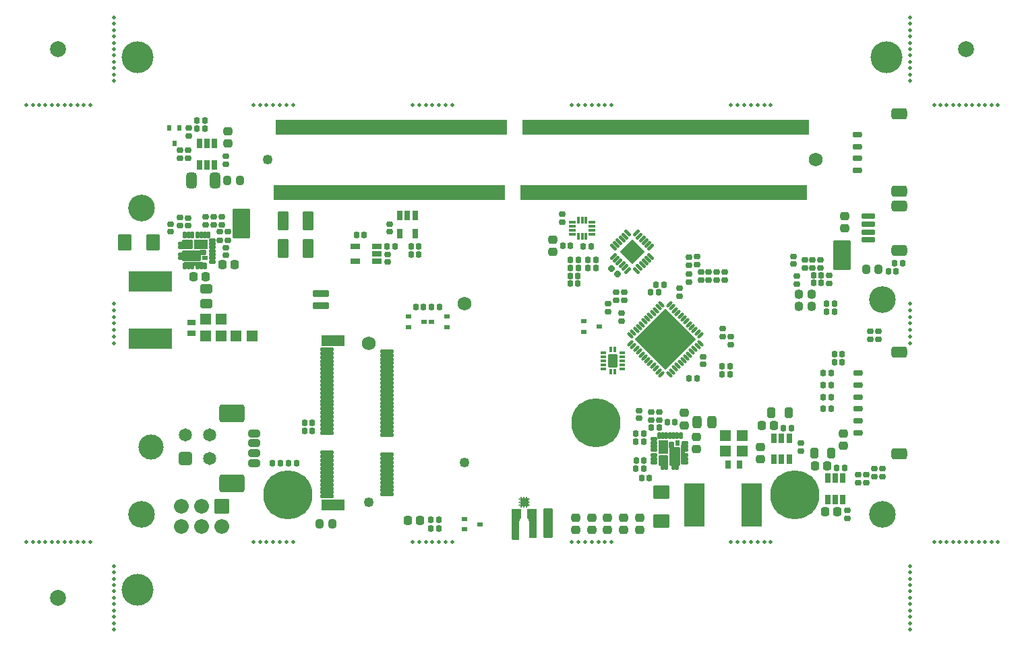
<source format=gts>
G04 #@! TF.GenerationSoftware,KiCad,Pcbnew,(6.0.8-1)-1*
G04 #@! TF.CreationDate,2022-10-18T17:53:05-07:00*
G04 #@! TF.ProjectId,CRMHJN_capable_carrier,43524d48-4a4e-45f6-9361-7061626c655f,rev?*
G04 #@! TF.SameCoordinates,Original*
G04 #@! TF.FileFunction,Soldermask,Top*
G04 #@! TF.FilePolarity,Negative*
%FSLAX46Y46*%
G04 Gerber Fmt 4.6, Leading zero omitted, Abs format (unit mm)*
G04 Created by KiCad (PCBNEW (6.0.8-1)-1) date 2022-10-18 17:53:05*
%MOMM*%
%LPD*%
G01*
G04 APERTURE LIST*
G04 Aperture macros list*
%AMRoundRect*
0 Rectangle with rounded corners*
0 $1 Rounding radius*
0 $2 $3 $4 $5 $6 $7 $8 $9 X,Y pos of 4 corners*
0 Add a 4 corners polygon primitive as box body*
4,1,4,$2,$3,$4,$5,$6,$7,$8,$9,$2,$3,0*
0 Add four circle primitives for the rounded corners*
1,1,$1+$1,$2,$3*
1,1,$1+$1,$4,$5*
1,1,$1+$1,$6,$7*
1,1,$1+$1,$8,$9*
0 Add four rect primitives between the rounded corners*
20,1,$1+$1,$2,$3,$4,$5,0*
20,1,$1+$1,$4,$5,$6,$7,0*
20,1,$1+$1,$6,$7,$8,$9,0*
20,1,$1+$1,$8,$9,$2,$3,0*%
%AMFreePoly0*
4,1,28,0.548980,0.558373,0.575042,0.513232,0.576200,0.500000,0.576200,-0.520000,0.558373,-0.568980,0.553882,-0.573882,0.536862,-0.590902,0.501566,-0.635022,0.464414,-0.690750,0.438482,-0.733970,0.421584,-0.776215,0.403214,-0.831325,0.385354,-0.902767,0.376200,-1.003456,0.376200,-3.200000,0.358373,-3.248980,0.313232,-3.275042,0.300000,-3.276200,-0.500000,-3.276200,-0.548980,-3.258373,
-0.575042,-3.213232,-0.576200,-3.200000,-0.576200,0.500000,-0.558373,0.548980,-0.513232,0.575042,-0.500000,0.576200,0.500000,0.576200,0.548980,0.558373,0.548980,0.558373,$1*%
%AMFreePoly1*
4,1,28,0.548980,0.558373,0.575042,0.513232,0.576200,0.500000,0.576200,-3.000000,0.558373,-3.048980,0.513232,-3.075042,0.500000,-3.076200,-0.300000,-3.076200,-0.348980,-3.058373,-0.375042,-3.013232,-0.376200,-3.000000,-0.376200,-1.003456,-0.385354,-0.902767,-0.403214,-0.831325,-0.421584,-0.776215,-0.438482,-0.733970,-0.464414,-0.690750,-0.501566,-0.635022,-0.536862,-0.590902,-0.553882,-0.573882,
-0.575910,-0.526641,-0.576200,-0.520000,-0.576200,0.500000,-0.558373,0.548980,-0.513232,0.575042,-0.500000,0.576200,0.500000,0.576200,0.548980,0.558373,0.548980,0.558373,$1*%
G04 Aperture macros list end*
%ADD10C,0.150000*%
%ADD11C,0.100000*%
%ADD12RoundRect,0.211200X-0.185000X0.135000X-0.185000X-0.135000X0.185000X-0.135000X0.185000X0.135000X0*%
%ADD13C,0.500000*%
%ADD14C,6.152400*%
%ADD15RoundRect,0.294950X0.256250X-0.218750X0.256250X0.218750X-0.256250X0.218750X-0.256250X-0.218750X0*%
%ADD16RoundRect,0.211200X0.135000X0.185000X-0.135000X0.185000X-0.135000X-0.185000X0.135000X-0.185000X0*%
%ADD17RoundRect,0.211200X0.185000X-0.135000X0.185000X0.135000X-0.185000X0.135000X-0.185000X-0.135000X0*%
%ADD18RoundRect,0.294950X-0.218750X-0.256250X0.218750X-0.256250X0.218750X0.256250X-0.218750X0.256250X0*%
%ADD19RoundRect,0.216200X-0.140000X-0.170000X0.140000X-0.170000X0.140000X0.170000X-0.140000X0.170000X0*%
%ADD20RoundRect,0.223700X0.172500X-0.147500X0.172500X0.147500X-0.172500X0.147500X-0.172500X-0.147500X0*%
%ADD21RoundRect,0.211200X-0.135000X-0.185000X0.135000X-0.185000X0.135000X0.185000X-0.135000X0.185000X0*%
%ADD22RoundRect,0.294950X0.218750X0.381250X-0.218750X0.381250X-0.218750X-0.381250X0.218750X-0.381250X0*%
%ADD23RoundRect,0.223700X-0.147500X-0.172500X0.147500X-0.172500X0.147500X0.172500X-0.147500X0.172500X0*%
%ADD24RoundRect,0.301200X0.250000X-0.225000X0.250000X0.225000X-0.250000X0.225000X-0.250000X-0.225000X0*%
%ADD25RoundRect,0.076200X0.150000X0.275000X-0.150000X0.275000X-0.150000X-0.275000X0.150000X-0.275000X0*%
%ADD26RoundRect,0.076200X0.362500X-0.150000X0.362500X0.150000X-0.362500X0.150000X-0.362500X-0.150000X0*%
%ADD27RoundRect,0.076200X0.137500X-1.175000X0.137500X1.175000X-0.137500X1.175000X-0.137500X-1.175000X0*%
%ADD28RoundRect,0.076200X0.150000X0.362500X-0.150000X0.362500X-0.150000X-0.362500X0.150000X-0.362500X0*%
%ADD29RoundRect,0.076200X0.525000X-0.787500X0.525000X0.787500X-0.525000X0.787500X-0.525000X-0.787500X0*%
%ADD30RoundRect,0.076200X0.525000X-0.575000X0.525000X0.575000X-0.525000X0.575000X-0.525000X-0.575000X0*%
%ADD31RoundRect,0.076200X0.600000X-1.087500X0.600000X1.087500X-0.600000X1.087500X-0.600000X-1.087500X0*%
%ADD32RoundRect,0.076200X0.227500X-0.325000X0.227500X0.325000X-0.227500X0.325000X-0.227500X-0.325000X0*%
%ADD33RoundRect,0.076200X0.190000X-0.290000X0.190000X0.290000X-0.190000X0.290000X-0.190000X-0.290000X0*%
%ADD34RoundRect,0.076200X-0.200000X-0.250000X0.200000X-0.250000X0.200000X0.250000X-0.200000X0.250000X0*%
%ADD35RoundRect,0.076200X0.275000X-0.150000X0.275000X0.150000X-0.275000X0.150000X-0.275000X-0.150000X0*%
%ADD36RoundRect,0.076200X-0.150000X-0.362500X0.150000X-0.362500X0.150000X0.362500X-0.150000X0.362500X0*%
%ADD37RoundRect,0.076200X-1.175000X-0.137500X1.175000X-0.137500X1.175000X0.137500X-1.175000X0.137500X0*%
%ADD38RoundRect,0.076200X-0.787500X-0.525000X0.787500X-0.525000X0.787500X0.525000X-0.787500X0.525000X0*%
%ADD39RoundRect,0.076200X-0.575000X-0.525000X0.575000X-0.525000X0.575000X0.525000X-0.575000X0.525000X0*%
%ADD40RoundRect,0.076200X-1.087500X-0.600000X1.087500X-0.600000X1.087500X0.600000X-1.087500X0.600000X0*%
%ADD41RoundRect,0.076200X-0.325000X-0.227500X0.325000X-0.227500X0.325000X0.227500X-0.325000X0.227500X0*%
%ADD42RoundRect,0.076200X-0.290000X-0.190000X0.290000X-0.190000X0.290000X0.190000X-0.290000X0.190000X0*%
%ADD43RoundRect,0.223700X0.147500X0.172500X-0.147500X0.172500X-0.147500X-0.172500X0.147500X-0.172500X0*%
%ADD44RoundRect,0.301200X-0.225000X-0.250000X0.225000X-0.250000X0.225000X0.250000X-0.225000X0.250000X0*%
%ADD45RoundRect,0.076200X0.400000X-0.300000X0.400000X0.300000X-0.400000X0.300000X-0.400000X-0.300000X0*%
%ADD46RoundRect,0.076200X0.600000X-0.600000X0.600000X0.600000X-0.600000X0.600000X-0.600000X-0.600000X0*%
%ADD47RoundRect,0.076200X-0.275000X-0.500000X0.275000X-0.500000X0.275000X0.500000X-0.275000X0.500000X0*%
%ADD48RoundRect,0.276200X-0.450000X0.200000X-0.450000X-0.200000X0.450000X-0.200000X0.450000X0.200000X0*%
%ADD49RoundRect,0.326201X-1.249999X0.799999X-1.249999X-0.799999X1.249999X-0.799999X1.249999X0.799999X0*%
%ADD50RoundRect,0.076200X0.275000X0.500000X-0.275000X0.500000X-0.275000X-0.500000X0.275000X-0.500000X0*%
%ADD51RoundRect,0.076200X0.750000X0.900000X-0.750000X0.900000X-0.750000X-0.900000X0.750000X-0.900000X0*%
%ADD52RoundRect,0.216200X0.170000X-0.140000X0.170000X0.140000X-0.170000X0.140000X-0.170000X-0.140000X0*%
%ADD53RoundRect,0.076200X0.403051X-0.233345X-0.233345X0.403051X-0.403051X0.233345X0.233345X-0.403051X0*%
%ADD54RoundRect,0.076200X0.403051X0.233345X0.233345X0.403051X-0.403051X-0.233345X-0.233345X-0.403051X0*%
%ADD55RoundRect,0.076200X1.484924X0.000000X0.000000X1.484924X-1.484924X0.000000X0.000000X-1.484924X0*%
%ADD56RoundRect,0.326200X-0.450000X0.262500X-0.450000X-0.262500X0.450000X-0.262500X0.450000X0.262500X0*%
%ADD57RoundRect,0.301200X0.225000X0.250000X-0.225000X0.250000X-0.225000X-0.250000X0.225000X-0.250000X0*%
%ADD58C,3.352400*%
%ADD59RoundRect,0.326200X-0.325000X-0.650000X0.325000X-0.650000X0.325000X0.650000X-0.325000X0.650000X0*%
%ADD60C,4.000000*%
%ADD61RoundRect,0.076200X0.900000X0.375000X-0.900000X0.375000X-0.900000X-0.375000X0.900000X-0.375000X0*%
%ADD62RoundRect,0.276200X-0.200000X-0.275000X0.200000X-0.275000X0.200000X0.275000X-0.200000X0.275000X0*%
%ADD63C,2.000000*%
%ADD64RoundRect,0.326200X-0.262500X-0.450000X0.262500X-0.450000X0.262500X0.450000X-0.262500X0.450000X0*%
%ADD65RoundRect,0.223700X-0.172500X0.147500X-0.172500X-0.147500X0.172500X-0.147500X0.172500X0.147500X0*%
%ADD66RoundRect,0.216200X-0.170000X0.140000X-0.170000X-0.140000X0.170000X-0.140000X0.170000X0.140000X0*%
%ADD67RoundRect,0.076200X-2.667500X1.206500X-2.667500X-1.206500X2.667500X-1.206500X2.667500X1.206500X0*%
%ADD68RoundRect,0.126200X0.075000X0.250000X-0.075000X0.250000X-0.075000X-0.250000X0.075000X-0.250000X0*%
%ADD69RoundRect,0.126200X0.250000X-0.075000X0.250000X0.075000X-0.250000X0.075000X-0.250000X-0.075000X0*%
%ADD70RoundRect,0.126200X-0.450000X-0.700000X0.450000X-0.700000X0.450000X0.700000X-0.450000X0.700000X0*%
%ADD71RoundRect,0.301200X-0.250000X0.225000X-0.250000X-0.225000X0.250000X-0.225000X0.250000X0.225000X0*%
%ADD72RoundRect,0.216200X0.140000X0.170000X-0.140000X0.170000X-0.140000X-0.170000X0.140000X-0.170000X0*%
%ADD73RoundRect,0.076200X-0.600000X-0.600000X0.600000X-0.600000X0.600000X0.600000X-0.600000X0.600000X0*%
%ADD74C,3.152400*%
%ADD75RoundRect,0.326201X0.499999X-0.499999X0.499999X0.499999X-0.499999X0.499999X-0.499999X-0.499999X0*%
%ADD76C,1.652400*%
%ADD77RoundRect,0.076200X0.600000X0.600000X-0.600000X0.600000X-0.600000X-0.600000X0.600000X-0.600000X0*%
%ADD78RoundRect,0.294950X-0.218750X-0.381250X0.218750X-0.381250X0.218750X0.381250X-0.218750X0.381250X0*%
%ADD79RoundRect,0.294950X0.218750X0.256250X-0.218750X0.256250X-0.218750X-0.256250X0.218750X-0.256250X0*%
%ADD80RoundRect,0.076200X-1.206500X-2.667500X1.206500X-2.667500X1.206500X2.667500X-1.206500X2.667500X0*%
%ADD81RoundRect,0.076200X0.500000X-0.275000X0.500000X0.275000X-0.500000X0.275000X-0.500000X-0.275000X0*%
%ADD82RoundRect,0.138700X-0.282843X0.194454X0.194454X-0.282843X0.282843X-0.194454X-0.194454X0.282843X0*%
%ADD83RoundRect,0.138700X-0.282843X-0.194454X-0.194454X-0.282843X0.282843X0.194454X0.194454X0.282843X0*%
%ADD84RoundRect,0.076200X-3.747666X0.000000X0.000000X-3.747666X3.747666X0.000000X0.000000X3.747666X0*%
%ADD85RoundRect,0.076200X-0.250000X0.200000X-0.250000X-0.200000X0.250000X-0.200000X0.250000X0.200000X0*%
%ADD86RoundRect,0.226200X0.625000X-0.150000X0.625000X0.150000X-0.625000X0.150000X-0.625000X-0.150000X0*%
%ADD87RoundRect,0.326200X0.650000X-0.350000X0.650000X0.350000X-0.650000X0.350000X-0.650000X-0.350000X0*%
%ADD88RoundRect,0.076200X-0.850000X0.850000X-0.850000X-0.850000X0.850000X-0.850000X0.850000X0.850000X0*%
%ADD89O,1.852400X1.852400*%
%ADD90RoundRect,0.223700X-0.226274X-0.017678X-0.017678X-0.226274X0.226274X0.017678X0.017678X0.226274X0*%
%ADD91C,1.252400*%
%ADD92C,1.752400*%
%ADD93RoundRect,0.076200X0.150000X0.875000X-0.150000X0.875000X-0.150000X-0.875000X0.150000X-0.875000X0*%
%ADD94RoundRect,0.076200X1.000000X1.750000X-1.000000X1.750000X-1.000000X-1.750000X1.000000X-1.750000X0*%
%ADD95RoundRect,0.076200X0.250000X-0.200000X0.250000X0.200000X-0.250000X0.200000X-0.250000X-0.200000X0*%
%ADD96RoundRect,0.076200X0.300000X0.400000X-0.300000X0.400000X-0.300000X-0.400000X0.300000X-0.400000X0*%
%ADD97RoundRect,0.076200X-0.600000X-1.100000X0.600000X-1.100000X0.600000X1.100000X-0.600000X1.100000X0*%
%ADD98RoundRect,0.076200X0.775000X-0.150000X0.775000X0.150000X-0.775000X0.150000X-0.775000X-0.150000X0*%
%ADD99RoundRect,0.076200X1.375000X-0.600000X1.375000X0.600000X-1.375000X0.600000X-1.375000X-0.600000X0*%
%ADD100RoundRect,0.294950X-0.256250X0.218750X-0.256250X-0.218750X0.256250X-0.218750X0.256250X0.218750X0*%
%ADD101RoundRect,0.226200X0.350000X-0.150000X0.350000X0.150000X-0.350000X0.150000X-0.350000X-0.150000X0*%
%ADD102RoundRect,0.326200X0.650000X-0.375000X0.650000X0.375000X-0.650000X0.375000X-0.650000X-0.375000X0*%
%ADD103RoundRect,0.076200X-0.300000X-0.500000X0.300000X-0.500000X0.300000X0.500000X-0.300000X0.500000X0*%
%ADD104FreePoly0,0.000000*%
%ADD105FreePoly1,0.000000*%
%ADD106RoundRect,0.076200X0.500000X1.750000X-0.500000X1.750000X-0.500000X-1.750000X0.500000X-1.750000X0*%
%ADD107RoundRect,0.076200X-0.337500X-0.125000X0.337500X-0.125000X0.337500X0.125000X-0.337500X0.125000X0*%
%ADD108RoundRect,0.076200X-0.125000X-0.337500X0.125000X-0.337500X0.125000X0.337500X-0.125000X0.337500X0*%
%ADD109RoundRect,0.076200X-0.900000X0.750000X-0.900000X-0.750000X0.900000X-0.750000X0.900000X0.750000X0*%
G04 APERTURE END LIST*
D10*
G04 #@! TO.C,J18*
X63000000Y-61300000D02*
X63150000Y-61300000D01*
X62850000Y-61450000D02*
X62850000Y-61600000D01*
X62000000Y-60600000D02*
X61850000Y-60600000D01*
X63000000Y-60950000D02*
X63150000Y-60950000D01*
X62000000Y-61300000D02*
X61850000Y-61300000D01*
X62500000Y-61450000D02*
X62500000Y-61600000D01*
X62850000Y-60450000D02*
X62850000Y-60300000D01*
X62500000Y-60450000D02*
X62500000Y-60300000D01*
X62000000Y-60950000D02*
X61850000Y-60950000D01*
X63000000Y-60600000D02*
X63150000Y-60600000D01*
X62150000Y-60450000D02*
X62150000Y-60300000D01*
X62150000Y-61450000D02*
X62150000Y-61600000D01*
G36*
X62950000Y-61400000D02*
G01*
X62050000Y-61400000D01*
X62050000Y-60500000D01*
X62950000Y-60500000D01*
X62950000Y-61400000D01*
G37*
D11*
X62950000Y-61400000D02*
X62050000Y-61400000D01*
X62050000Y-60500000D01*
X62950000Y-60500000D01*
X62950000Y-61400000D01*
G04 #@! TD*
D12*
G04 #@! TO.C,R37*
X20300000Y-16740000D03*
X20300000Y-17760000D03*
G04 #@! TD*
D13*
G04 #@! TO.C,REF\u002A\u002A*
X49333334Y-11000489D03*
G04 #@! TD*
G04 #@! TO.C,REF\u002A\u002A*
X89333333Y-66000000D03*
G04 #@! TD*
D14*
G04 #@! TO.C,SP1*
X71500000Y-51000000D03*
G04 #@! TD*
D15*
G04 #@! TO.C,NVME1*
X69000000Y-64487500D03*
X69000000Y-62912500D03*
G04 #@! TD*
D13*
G04 #@! TO.C,REF\u002A\u002A*
X111000000Y-8000000D03*
G04 #@! TD*
G04 #@! TO.C,REF\u002A\u002A*
X29333334Y-65996968D03*
G04 #@! TD*
G04 #@! TO.C,REF\u002A\u002A*
X111000000Y-77000000D03*
G04 #@! TD*
D14*
G04 #@! TO.C,SP5*
X96501600Y-60023990D03*
G04 #@! TD*
D16*
G04 #@! TO.C,R122*
X80085000Y-33600000D03*
X79065000Y-33600000D03*
G04 #@! TD*
D17*
G04 #@! TO.C,R118*
X98750000Y-31505000D03*
X98750000Y-30485000D03*
G04 #@! TD*
D18*
G04 #@! TO.C,F2*
X36812500Y-63700000D03*
X38387500Y-63700000D03*
G04 #@! TD*
D13*
G04 #@! TO.C,REF\u002A\u002A*
X111000000Y-73800000D03*
G04 #@! TD*
G04 #@! TO.C,REF\u002A\u002A*
X111000000Y-75400000D03*
G04 #@! TD*
G04 #@! TO.C,REF\u002A\u002A*
X93500000Y-66000000D03*
G04 #@! TD*
D16*
G04 #@! TO.C,R164*
X101110000Y-44750000D03*
X100090000Y-44750000D03*
G04 #@! TD*
D19*
G04 #@! TO.C,C67*
X78420000Y-34560000D03*
X79380000Y-34560000D03*
G04 #@! TD*
D14*
G04 #@! TO.C,SP6*
X32850000Y-60023990D03*
G04 #@! TD*
D13*
G04 #@! TO.C,REF\u002A\u002A*
X122000000Y-66000000D03*
G04 #@! TD*
D20*
G04 #@! TO.C,R18*
X96785000Y-33530000D03*
X96785000Y-32560000D03*
G04 #@! TD*
D13*
G04 #@! TO.C,REF\u002A\u002A*
X111000000Y-2400000D03*
G04 #@! TD*
G04 #@! TO.C,REF\u002A\u002A*
X7200000Y-66000000D03*
G04 #@! TD*
G04 #@! TO.C,REF\u002A\u002A*
X1600000Y-66000000D03*
G04 #@! TD*
G04 #@! TO.C,REF\u002A\u002A*
X73500000Y-66000000D03*
G04 #@! TD*
G04 #@! TO.C,REF\u002A\u002A*
X120400000Y-66000000D03*
G04 #@! TD*
D21*
G04 #@! TO.C,R58*
X76540000Y-56725000D03*
X77560000Y-56725000D03*
G04 #@! TD*
D13*
G04 #@! TO.C,REF\u002A\u002A*
X69333333Y-11000751D03*
G04 #@! TD*
G04 #@! TO.C,REF\u002A\u002A*
X118000000Y-66000000D03*
G04 #@! TD*
D17*
G04 #@! TO.C,R49*
X103100000Y-63010000D03*
X103100000Y-61990000D03*
G04 #@! TD*
D21*
G04 #@! TO.C,R137*
X50785000Y-64295000D03*
X51805000Y-64295000D03*
G04 #@! TD*
D17*
G04 #@! TO.C,R106*
X99760000Y-31510000D03*
X99760000Y-30490000D03*
G04 #@! TD*
D22*
G04 #@! TO.C,L7*
X101112500Y-54800000D03*
X98987500Y-54800000D03*
G04 #@! TD*
D16*
G04 #@! TO.C,R50*
X96120000Y-51640000D03*
X95100000Y-51640000D03*
G04 #@! TD*
D13*
G04 #@! TO.C,REF\u002A\u002A*
X29333334Y-11000227D03*
G04 #@! TD*
D23*
G04 #@! TO.C,R29*
X101465000Y-42400000D03*
X102435000Y-42400000D03*
G04 #@! TD*
D24*
G04 #@! TO.C,C43*
X82650000Y-51300000D03*
X82650000Y-49750000D03*
G04 #@! TD*
D13*
G04 #@! TO.C,REF\u002A\u002A*
X30166667Y-11000238D03*
G04 #@! TD*
D25*
G04 #@! TO.C,U2*
X79925000Y-56550000D03*
X80375000Y-56550000D03*
X81275000Y-56550000D03*
X81725000Y-56550000D03*
D26*
X82687500Y-56000000D03*
X82687500Y-55550000D03*
X82687500Y-55100000D03*
X82687500Y-54400000D03*
X82687500Y-53950000D03*
D27*
X82462500Y-54975000D03*
D26*
X82687500Y-53500000D03*
D28*
X82175000Y-52587500D03*
X81725000Y-52587500D03*
X81275000Y-52587500D03*
X80825000Y-52587500D03*
X80375000Y-52587500D03*
X79925000Y-52587500D03*
X79475000Y-52587500D03*
D26*
X78812500Y-53050000D03*
X78812500Y-53500000D03*
X78812500Y-53950000D03*
X78812500Y-54400000D03*
X78812500Y-55100000D03*
X78812500Y-55550000D03*
X78812500Y-56000000D03*
D29*
X80000000Y-54037500D03*
D30*
X80000000Y-55700000D03*
D31*
X81425000Y-55187500D03*
D32*
X81052500Y-53775000D03*
D33*
X81740000Y-53530000D03*
G04 #@! TD*
D13*
G04 #@! TO.C,REF\u002A\u002A*
X51833334Y-11000522D03*
G04 #@! TD*
D34*
G04 #@! TO.C,Q4*
X19250000Y-13950000D03*
X17950000Y-13950000D03*
X18600000Y-15850000D03*
G04 #@! TD*
D13*
G04 #@! TO.C,REF\u002A\u002A*
X114000000Y-11000000D03*
G04 #@! TD*
D21*
G04 #@! TO.C,R62*
X78440000Y-51625000D03*
X79460000Y-51625000D03*
G04 #@! TD*
D13*
G04 #@! TO.C,REF\u002A\u002A*
X11000568Y-40166666D03*
G04 #@! TD*
D35*
G04 #@! TO.C,U1*
X19375000Y-28475000D03*
X19375000Y-28925000D03*
X19375000Y-29825000D03*
X19375000Y-30275000D03*
D36*
X19925000Y-31237500D03*
X20375000Y-31237500D03*
X20825000Y-31237500D03*
X21525000Y-31237500D03*
D37*
X20950000Y-31012500D03*
D36*
X21975000Y-31237500D03*
X22425000Y-31237500D03*
D26*
X23337500Y-30725000D03*
X23337500Y-30275000D03*
X23337500Y-29825000D03*
X23337500Y-29375000D03*
X23337500Y-28925000D03*
X23337500Y-28475000D03*
X23337500Y-28025000D03*
D36*
X22875000Y-27362500D03*
X22425000Y-27362500D03*
X21975000Y-27362500D03*
X21525000Y-27362500D03*
X20825000Y-27362500D03*
X20375000Y-27362500D03*
X19925000Y-27362500D03*
D38*
X21887500Y-28550000D03*
D39*
X20225000Y-28550000D03*
D40*
X20737500Y-29975000D03*
D41*
X22150000Y-29602500D03*
D42*
X22395000Y-30290000D03*
G04 #@! TD*
D13*
G04 #@! TO.C,REF\u002A\u002A*
X11000000Y-7200000D03*
G04 #@! TD*
D21*
G04 #@! TO.C,R100*
X21395000Y-12995000D03*
X22415000Y-12995000D03*
G04 #@! TD*
D23*
G04 #@! TO.C,R34*
X68320214Y-31499293D03*
X69290214Y-31499293D03*
G04 #@! TD*
D13*
G04 #@! TO.C,REF\u002A\u002A*
X90166666Y-11001024D03*
G04 #@! TD*
D43*
G04 #@! TO.C,R102*
X109235000Y-31950000D03*
X108265000Y-31950000D03*
G04 #@! TD*
D13*
G04 #@! TO.C,REF\u002A\u002A*
X11000000Y-74600000D03*
G04 #@! TD*
G04 #@! TO.C,REF\u002A\u002A*
X52666667Y-65999237D03*
G04 #@! TD*
G04 #@! TO.C,REF\u002A\u002A*
X11000000Y-6400000D03*
G04 #@! TD*
D15*
G04 #@! TO.C,D7*
X77000000Y-64487500D03*
X77000000Y-62912500D03*
G04 #@! TD*
D17*
G04 #@! TO.C,R121*
X83225000Y-33335000D03*
X83225000Y-32315000D03*
G04 #@! TD*
D12*
G04 #@! TO.C,R158*
X74750000Y-37190000D03*
X74750000Y-38210000D03*
G04 #@! TD*
D13*
G04 #@! TO.C,REF\u002A\u002A*
X50166667Y-65998994D03*
G04 #@! TD*
D17*
G04 #@! TO.C,R39*
X25080000Y-18475000D03*
X25080000Y-17455000D03*
G04 #@! TD*
D44*
G04 #@! TO.C,C35*
X100325000Y-62200000D03*
X101875000Y-62200000D03*
G04 #@! TD*
D45*
G04 #@! TO.C,C81*
X20766600Y-39743990D03*
X20766600Y-38343990D03*
G04 #@! TD*
D13*
G04 #@! TO.C,REF\u002A\u002A*
X0Y-11000000D03*
G04 #@! TD*
D46*
G04 #@! TO.C,C64*
X24416600Y-40068990D03*
X24416600Y-37968990D03*
G04 #@! TD*
D47*
G04 #@! TO.C,IC2*
X93900000Y-55600000D03*
X94850000Y-55600000D03*
X95800000Y-55600000D03*
X95800000Y-52900000D03*
X94850000Y-52900000D03*
X93900000Y-52900000D03*
G04 #@! TD*
D13*
G04 #@! TO.C,REF\u002A\u002A*
X111000000Y-69800000D03*
G04 #@! TD*
D23*
G04 #@! TO.C,R5*
X50915000Y-36450000D03*
X51885000Y-36450000D03*
G04 #@! TD*
D16*
G04 #@! TO.C,R166*
X101110000Y-47750000D03*
X100090000Y-47750000D03*
G04 #@! TD*
D17*
G04 #@! TO.C,R143*
X84250000Y-31135000D03*
X84250000Y-30115000D03*
G04 #@! TD*
D23*
G04 #@! TO.C,R35*
X68320214Y-30508293D03*
X69290214Y-30508293D03*
G04 #@! TD*
D13*
G04 #@! TO.C,REF\u002A\u002A*
X0Y-66000000D03*
G04 #@! TD*
G04 #@! TO.C,REF\u002A\u002A*
X31833334Y-65997211D03*
G04 #@! TD*
D48*
G04 #@! TO.C,J12*
X28600000Y-52325000D03*
X28600000Y-53575000D03*
X28600000Y-54825000D03*
X28600000Y-56075000D03*
D49*
X25850000Y-58625000D03*
X25850000Y-49775000D03*
G04 #@! TD*
D50*
G04 #@! TO.C,IC1*
X23650000Y-15850000D03*
X22700000Y-15850000D03*
X21750000Y-15850000D03*
X21750000Y-18550000D03*
X22700000Y-18550000D03*
X23650000Y-18550000D03*
G04 #@! TD*
D51*
G04 #@! TO.C,C17*
X15941600Y-28293990D03*
X12341600Y-28293990D03*
G04 #@! TD*
D13*
G04 #@! TO.C,REF\u002A\u002A*
X11000000Y-73800000D03*
G04 #@! TD*
D21*
G04 #@! TO.C,R56*
X76540000Y-53325000D03*
X77560000Y-53325000D03*
G04 #@! TD*
D20*
G04 #@! TO.C,R54*
X76925000Y-50435000D03*
X76925000Y-49465000D03*
G04 #@! TD*
D13*
G04 #@! TO.C,REF\u002A\u002A*
X32666667Y-65997292D03*
G04 #@! TD*
G04 #@! TO.C,REF\u002A\u002A*
X120400000Y-11000000D03*
G04 #@! TD*
D52*
G04 #@! TO.C,C56*
X18100000Y-26980000D03*
X18100000Y-26020000D03*
G04 #@! TD*
D53*
G04 #@! TO.C,U4*
X76638399Y-31826146D03*
X76991953Y-31472593D03*
X77345506Y-31119040D03*
X77699060Y-30765486D03*
X78052613Y-30411933D03*
X78406166Y-30058379D03*
D54*
X78406166Y-28927009D03*
X78052613Y-28573455D03*
X77699060Y-28219902D03*
X77345506Y-27866348D03*
X76991953Y-27512795D03*
X76638399Y-27159242D03*
D53*
X75507029Y-27159242D03*
X75153475Y-27512795D03*
X74799922Y-27866348D03*
X74446368Y-28219902D03*
X74092815Y-28573455D03*
X73739262Y-28927009D03*
D54*
X73739262Y-30058379D03*
X74092815Y-30411933D03*
X74446368Y-30765486D03*
X74799922Y-31119040D03*
X75153475Y-31472593D03*
X75507029Y-31826146D03*
D55*
X76072714Y-29492694D03*
G04 #@! TD*
D13*
G04 #@! TO.C,REF\u002A\u002A*
X3200000Y-66000000D03*
G04 #@! TD*
G04 #@! TO.C,REF\u002A\u002A*
X11000000Y-75400000D03*
G04 #@! TD*
D56*
G04 #@! TO.C,R94*
X22558400Y-34168510D03*
X22558400Y-35993510D03*
G04 #@! TD*
D13*
G04 #@! TO.C,REF\u002A\u002A*
X91000000Y-11001035D03*
G04 #@! TD*
G04 #@! TO.C,REF\u002A\u002A*
X91833333Y-11001046D03*
G04 #@! TD*
D20*
G04 #@! TO.C,C60*
X45350000Y-30785000D03*
X45350000Y-29815000D03*
G04 #@! TD*
D13*
G04 #@! TO.C,REF\u002A\u002A*
X114800000Y-66000000D03*
G04 #@! TD*
D57*
G04 #@! TO.C,C39*
X93925000Y-51370000D03*
X92375000Y-51370000D03*
G04 #@! TD*
D12*
G04 #@! TO.C,R20*
X23500000Y-25090000D03*
X23500000Y-26110000D03*
G04 #@! TD*
D13*
G04 #@! TO.C,REF\u002A\u002A*
X800000Y-66000000D03*
G04 #@! TD*
D24*
G04 #@! TO.C,C31*
X25322960Y-15863380D03*
X25322960Y-14313380D03*
G04 #@! TD*
D58*
G04 #@! TO.C,H4*
X107500000Y-62500000D03*
G04 #@! TD*
D13*
G04 #@! TO.C,REF\u002A\u002A*
X117200000Y-11000000D03*
G04 #@! TD*
D12*
G04 #@! TO.C,R89*
X19300000Y-25190000D03*
X19300000Y-26210000D03*
G04 #@! TD*
D13*
G04 #@! TO.C,REF\u002A\u002A*
X50166667Y-11000500D03*
G04 #@! TD*
D17*
G04 #@! TO.C,R38*
X19300000Y-17760000D03*
X19300000Y-16740000D03*
G04 #@! TD*
D59*
G04 #@! TO.C,C32*
X20725000Y-20500000D03*
X23675000Y-20500000D03*
G04 #@! TD*
D23*
G04 #@! TO.C,R33*
X101465000Y-43400000D03*
X102435000Y-43400000D03*
G04 #@! TD*
D13*
G04 #@! TO.C,REF\u002A\u002A*
X72666666Y-11000795D03*
G04 #@! TD*
D60*
G04 #@! TO.C,REF\u002A\u002A*
X108000000Y-5000000D03*
G04 #@! TD*
D21*
G04 #@! TO.C,R55*
X76540000Y-52345000D03*
X77560000Y-52345000D03*
G04 #@! TD*
D13*
G04 #@! TO.C,REF\u002A\u002A*
X71833333Y-11000784D03*
G04 #@! TD*
D61*
G04 #@! TO.C,BAT1*
X36958400Y-34756010D03*
X36958400Y-36256010D03*
G04 #@! TD*
D12*
G04 #@! TO.C,R147*
X73085000Y-35985000D03*
X73085000Y-37005000D03*
G04 #@! TD*
D46*
G04 #@! TO.C,C59*
X22491600Y-40068990D03*
X22491600Y-37968990D03*
G04 #@! TD*
D13*
G04 #@! TO.C,REF\u002A\u002A*
X49333334Y-65998913D03*
G04 #@! TD*
G04 #@! TO.C,REF\u002A\u002A*
X118800000Y-11000000D03*
G04 #@! TD*
D43*
G04 #@! TO.C,R21*
X101485000Y-36000000D03*
X100515000Y-36000000D03*
G04 #@! TD*
D13*
G04 #@! TO.C,REF\u002A\u002A*
X118000000Y-11000000D03*
G04 #@! TD*
G04 #@! TO.C,REF\u002A\u002A*
X31000000Y-65997130D03*
G04 #@! TD*
D15*
G04 #@! TO.C,BOOT1*
X73000000Y-64487500D03*
X73000000Y-62912500D03*
G04 #@! TD*
D13*
G04 #@! TO.C,REF\u002A\u002A*
X4800000Y-66000000D03*
G04 #@! TD*
D12*
G04 #@! TO.C,R154*
X84700000Y-31990000D03*
X84700000Y-33010000D03*
G04 #@! TD*
D13*
G04 #@! TO.C,REF\u002A\u002A*
X111000000Y-4800000D03*
G04 #@! TD*
G04 #@! TO.C,REF\u002A\u002A*
X51833334Y-65999156D03*
G04 #@! TD*
D62*
G04 #@! TO.C,R12*
X96975000Y-36350000D03*
X98625000Y-36350000D03*
G04 #@! TD*
D63*
G04 #@! TO.C,REF\u002A\u002A*
X4000000Y-4000000D03*
G04 #@! TD*
D16*
G04 #@! TO.C,R167*
X101110000Y-49250000D03*
X100090000Y-49250000D03*
G04 #@! TD*
D17*
G04 #@! TO.C,R125*
X82025000Y-35060000D03*
X82025000Y-34040000D03*
G04 #@! TD*
D64*
G04 #@! TO.C,R61*
X84237500Y-50925000D03*
X86062500Y-50925000D03*
G04 #@! TD*
D13*
G04 #@! TO.C,REF\u002A\u002A*
X70166666Y-66000000D03*
G04 #@! TD*
G04 #@! TO.C,REF\u002A\u002A*
X11000000Y-69800000D03*
G04 #@! TD*
D23*
G04 #@! TO.C,R10*
X68315000Y-33500000D03*
X69285000Y-33500000D03*
G04 #@! TD*
D65*
G04 #@! TO.C,C36*
X45650000Y-25995952D03*
X45650000Y-26965952D03*
G04 #@! TD*
D12*
G04 #@! TO.C,R109*
X106000000Y-39490000D03*
X106000000Y-40510000D03*
G04 #@! TD*
D13*
G04 #@! TO.C,REF\u002A\u002A*
X5600000Y-11000000D03*
G04 #@! TD*
D66*
G04 #@! TO.C,C83*
X24500000Y-25120000D03*
X24500000Y-26080000D03*
G04 #@! TD*
D13*
G04 #@! TO.C,REF\u002A\u002A*
X31833334Y-11000260D03*
G04 #@! TD*
G04 #@! TO.C,REF\u002A\u002A*
X111000000Y-73000000D03*
G04 #@! TD*
D23*
G04 #@! TO.C,C65*
X41465000Y-27350000D03*
X42435000Y-27350000D03*
G04 #@! TD*
D13*
G04 #@! TO.C,REF\u002A\u002A*
X53500000Y-65999319D03*
G04 #@! TD*
D16*
G04 #@! TO.C,R51*
X102780000Y-56690000D03*
X101760000Y-56690000D03*
G04 #@! TD*
D67*
G04 #@! TO.C,L4*
X15591600Y-33174490D03*
X15591600Y-40413490D03*
G04 #@! TD*
D13*
G04 #@! TO.C,REF\u002A\u002A*
X11000000Y0D03*
G04 #@! TD*
G04 #@! TO.C,REF\u002A\u002A*
X111000000Y-70600000D03*
G04 #@! TD*
G04 #@! TO.C,REF\u002A\u002A*
X51000000Y-11000511D03*
G04 #@! TD*
G04 #@! TO.C,REF\u002A\u002A*
X70166666Y-11000762D03*
G04 #@! TD*
G04 #@! TO.C,REF\u002A\u002A*
X31000000Y-11000249D03*
G04 #@! TD*
G04 #@! TO.C,REF\u002A\u002A*
X116400000Y-66000000D03*
G04 #@! TD*
D23*
G04 #@! TO.C,C1*
X34915000Y-52000000D03*
X35885000Y-52000000D03*
G04 #@! TD*
D13*
G04 #@! TO.C,REF\u002A\u002A*
X11000000Y-800000D03*
G04 #@! TD*
G04 #@! TO.C,REF\u002A\u002A*
X4000000Y-66000000D03*
G04 #@! TD*
G04 #@! TO.C,REF\u002A\u002A*
X33500000Y-11000282D03*
G04 #@! TD*
G04 #@! TO.C,REF\u002A\u002A*
X111000000Y-3200000D03*
G04 #@! TD*
D23*
G04 #@! TO.C,C15*
X67365000Y-28765000D03*
X68335000Y-28765000D03*
G04 #@! TD*
D16*
G04 #@! TO.C,R165*
X101110000Y-46250000D03*
X100090000Y-46250000D03*
G04 #@! TD*
D13*
G04 #@! TO.C,REF\u002A\u002A*
X11000000Y-72200000D03*
G04 #@! TD*
G04 #@! TO.C,REF\u002A\u002A*
X110997577Y-39333333D03*
G04 #@! TD*
D17*
G04 #@! TO.C,R108*
X105500000Y-58510000D03*
X105500000Y-57490000D03*
G04 #@! TD*
D13*
G04 #@! TO.C,REF\u002A\u002A*
X69333333Y-66000000D03*
G04 #@! TD*
D68*
G04 #@! TO.C,U14*
X73398200Y-41785800D03*
D69*
X72498200Y-42185800D03*
X72498200Y-42685800D03*
X72498200Y-43185800D03*
X72498200Y-43685800D03*
X72498200Y-44185800D03*
D68*
X73398200Y-44585800D03*
X73898200Y-44585800D03*
D69*
X74798200Y-44185800D03*
X74798200Y-43685800D03*
X74798200Y-43185800D03*
X74798200Y-42685800D03*
X74798200Y-42185800D03*
D68*
X73898200Y-41785800D03*
D70*
X73648200Y-43185800D03*
G04 #@! TD*
D13*
G04 #@! TO.C,REF\u002A\u002A*
X117200000Y-66000000D03*
G04 #@! TD*
G04 #@! TO.C,REF\u002A\u002A*
X111000000Y-72200000D03*
G04 #@! TD*
G04 #@! TO.C,REF\u002A\u002A*
X73500000Y-11000806D03*
G04 #@! TD*
D66*
G04 #@! TO.C,C84*
X25075000Y-28945000D03*
X25075000Y-29905000D03*
G04 #@! TD*
D13*
G04 #@! TO.C,REF\u002A\u002A*
X11000000Y-77000000D03*
G04 #@! TD*
D18*
G04 #@! TO.C,L2*
X25212500Y-20500000D03*
X26787500Y-20500000D03*
G04 #@! TD*
D17*
G04 #@! TO.C,R107*
X104500000Y-58510000D03*
X104500000Y-57490000D03*
G04 #@! TD*
D71*
G04 #@! TO.C,C89*
X66150000Y-27975000D03*
X66150000Y-29525000D03*
G04 #@! TD*
D13*
G04 #@! TO.C,REF\u002A\u002A*
X92666666Y-11001056D03*
G04 #@! TD*
G04 #@! TO.C,REF\u002A\u002A*
X111000000Y-5600000D03*
G04 #@! TD*
G04 #@! TO.C,REF\u002A\u002A*
X89333333Y-11001013D03*
G04 #@! TD*
D12*
G04 #@! TO.C,R110*
X107000000Y-39490000D03*
X107000000Y-40510000D03*
G04 #@! TD*
D13*
G04 #@! TO.C,REF\u002A\u002A*
X3200000Y-11000000D03*
G04 #@! TD*
D72*
G04 #@! TO.C,C79*
X84215000Y-45380000D03*
X83255000Y-45380000D03*
G04 #@! TD*
D12*
G04 #@! TO.C,R138*
X87475000Y-39105000D03*
X87475000Y-40125000D03*
G04 #@! TD*
D20*
G04 #@! TO.C,R27*
X106500000Y-57735000D03*
X106500000Y-56765000D03*
G04 #@! TD*
D24*
G04 #@! TO.C,C34*
X92150000Y-55575000D03*
X92150000Y-54025000D03*
G04 #@! TD*
D13*
G04 #@! TO.C,REF\u002A\u002A*
X8000000Y-11000000D03*
G04 #@! TD*
G04 #@! TO.C,REF\u002A\u002A*
X111000000Y-7200000D03*
G04 #@! TD*
D43*
G04 #@! TO.C,R57*
X71500014Y-31499293D03*
X70530014Y-31499293D03*
G04 #@! TD*
D73*
G04 #@! TO.C,FB2*
X26291600Y-40093990D03*
X28391600Y-40093990D03*
G04 #@! TD*
D74*
G04 #@! TO.C,J9*
X15680000Y-54000000D03*
D75*
X20000000Y-55500000D03*
D76*
X20000000Y-52500000D03*
X23000000Y-55500000D03*
X23000000Y-52500000D03*
G04 #@! TD*
D77*
G04 #@! TO.C,C21*
X89900000Y-54525000D03*
X87800000Y-54525000D03*
G04 #@! TD*
D13*
G04 #@! TO.C,REF\u002A\u002A*
X48500000Y-11000478D03*
G04 #@! TD*
G04 #@! TO.C,REF\u002A\u002A*
X121200000Y-11000000D03*
G04 #@! TD*
G04 #@! TO.C,REF\u002A\u002A*
X33500000Y-65997373D03*
G04 #@! TD*
D78*
G04 #@! TO.C,L6*
X93587500Y-49750000D03*
X95712500Y-49750000D03*
G04 #@! TD*
D13*
G04 #@! TO.C,REF\u002A\u002A*
X115600000Y-66000000D03*
G04 #@! TD*
D79*
G04 #@! TO.C,F1*
X107037500Y-31675000D03*
X105462500Y-31675000D03*
G04 #@! TD*
D13*
G04 #@! TO.C,REF\u002A\u002A*
X114800000Y-11000000D03*
G04 #@! TD*
G04 #@! TO.C,REF\u002A\u002A*
X110997429Y-41000000D03*
G04 #@! TD*
D15*
G04 #@! TO.C,D6*
X75000000Y-64487500D03*
X75000000Y-62912500D03*
G04 #@! TD*
D80*
G04 #@! TO.C,L1*
X83880500Y-61325000D03*
X91119500Y-61325000D03*
G04 #@! TD*
D13*
G04 #@! TO.C,REF\u002A\u002A*
X48500000Y-65998832D03*
G04 #@! TD*
D81*
G04 #@! TO.C,IC4*
X44046010Y-30701600D03*
X44046010Y-29751600D03*
X44046010Y-28801600D03*
X41346010Y-28801600D03*
X41346010Y-30701600D03*
G04 #@! TD*
D13*
G04 #@! TO.C,REF\u002A\u002A*
X11000631Y-37666667D03*
G04 #@! TD*
D12*
G04 #@! TO.C,R127*
X85700000Y-31990000D03*
X85700000Y-33010000D03*
G04 #@! TD*
D17*
G04 #@! TO.C,R105*
X100850000Y-33460000D03*
X100850000Y-32440000D03*
G04 #@! TD*
D77*
G04 #@! TO.C,C20*
X89900000Y-52625000D03*
X87800000Y-52625000D03*
G04 #@! TD*
D13*
G04 #@! TO.C,REF\u002A\u002A*
X11000000Y-3200000D03*
G04 #@! TD*
D20*
G04 #@! TO.C,R28*
X107500000Y-57735000D03*
X107500000Y-56765000D03*
G04 #@! TD*
D12*
G04 #@! TO.C,R32*
X20400000Y-13940000D03*
X20400000Y-14960000D03*
G04 #@! TD*
D13*
G04 #@! TO.C,REF\u002A\u002A*
X4000000Y-11000000D03*
G04 #@! TD*
D58*
G04 #@! TO.C,H2*
X107500000Y-35500000D03*
G04 #@! TD*
D66*
G04 #@! TO.C,C28*
X78475000Y-49670000D03*
X78475000Y-50630000D03*
G04 #@! TD*
D16*
G04 #@! TO.C,R101*
X22405000Y-13965000D03*
X21385000Y-13965000D03*
G04 #@! TD*
D13*
G04 #@! TO.C,REF\u002A\u002A*
X111000000Y-1600000D03*
G04 #@! TD*
D23*
G04 #@! TO.C,C14*
X69940000Y-28775000D03*
X70910000Y-28775000D03*
G04 #@! TD*
D13*
G04 #@! TO.C,REF\u002A\u002A*
X30166667Y-65997049D03*
G04 #@! TD*
G04 #@! TO.C,REF\u002A\u002A*
X8000000Y-66000000D03*
G04 #@! TD*
D23*
G04 #@! TO.C,R11*
X68315000Y-32500000D03*
X69285000Y-32500000D03*
G04 #@! TD*
G04 #@! TO.C,R30*
X48300000Y-29829048D03*
X49270000Y-29829048D03*
G04 #@! TD*
D13*
G04 #@! TO.C,REF\u002A\u002A*
X11000000Y-2400000D03*
G04 #@! TD*
D82*
G04 #@! TO.C,U11*
X79755025Y-36115938D03*
X79401472Y-36469491D03*
X79047918Y-36823045D03*
X78694365Y-37176598D03*
X78340812Y-37530152D03*
X77987258Y-37883705D03*
X77633705Y-38237258D03*
X77280152Y-38590812D03*
X76926598Y-38944365D03*
X76573045Y-39297918D03*
X76219491Y-39651472D03*
X75865938Y-40005025D03*
D83*
X75865938Y-40994975D03*
X76219491Y-41348528D03*
X76573045Y-41702082D03*
X76926598Y-42055635D03*
X77280152Y-42409188D03*
X77633705Y-42762742D03*
X77987258Y-43116295D03*
X78340812Y-43469848D03*
X78694365Y-43823402D03*
X79047918Y-44176955D03*
X79401472Y-44530509D03*
X79755025Y-44884062D03*
D82*
X80744975Y-44884062D03*
X81098528Y-44530509D03*
X81452082Y-44176955D03*
X81805635Y-43823402D03*
X82159188Y-43469848D03*
X82512742Y-43116295D03*
X82866295Y-42762742D03*
X83219848Y-42409188D03*
X83573402Y-42055635D03*
X83926955Y-41702082D03*
X84280509Y-41348528D03*
X84634062Y-40994975D03*
D83*
X84634062Y-40005025D03*
X84280509Y-39651472D03*
X83926955Y-39297918D03*
X83573402Y-38944365D03*
X83219848Y-38590812D03*
X82866295Y-38237258D03*
X82512742Y-37883705D03*
X82159188Y-37530152D03*
X81805635Y-37176598D03*
X81452082Y-36823045D03*
X81098528Y-36469491D03*
X80744975Y-36115938D03*
D84*
X80250000Y-40500000D03*
G04 #@! TD*
D13*
G04 #@! TO.C,REF\u002A\u002A*
X11000000Y-4000000D03*
G04 #@! TD*
D85*
G04 #@! TO.C,Q2*
X52800000Y-38950000D03*
X52800000Y-37650000D03*
X50900000Y-38300000D03*
G04 #@! TD*
D86*
G04 #@! TO.C,J15*
X105750000Y-28000000D03*
X105750000Y-27000000D03*
X105750000Y-26000000D03*
X105750000Y-25000000D03*
D87*
X109625000Y-23700000D03*
X109625000Y-29300000D03*
G04 #@! TD*
D13*
G04 #@! TO.C,REF\u002A\u002A*
X88500000Y-66000000D03*
G04 #@! TD*
D88*
G04 #@! TO.C,J1*
X24500000Y-61500000D03*
D89*
X24500000Y-64040000D03*
X21960000Y-61500000D03*
X21960000Y-64040000D03*
X19420000Y-61500000D03*
X19420000Y-64040000D03*
G04 #@! TD*
D23*
G04 #@! TO.C,R26*
X48315000Y-28819048D03*
X49285000Y-28819048D03*
G04 #@! TD*
D90*
G04 #@! TO.C,C9*
X73520624Y-31592518D03*
X74206518Y-32278412D03*
G04 #@! TD*
D12*
G04 #@! TO.C,R111*
X75050000Y-34565000D03*
X75050000Y-35585000D03*
G04 #@! TD*
D91*
G04 #@! TO.C,M1*
X30293600Y-17900010D03*
D92*
X99093600Y-17900010D03*
D93*
X98068620Y-13800000D03*
X97818620Y-22000000D03*
X97568620Y-13800000D03*
X97318620Y-22000000D03*
X97068630Y-13800000D03*
X96818630Y-22000000D03*
X96568630Y-13800000D03*
X96318630Y-22000000D03*
X96068630Y-13800000D03*
X95818630Y-22000000D03*
X95568630Y-13800000D03*
X95318630Y-22000000D03*
X95068630Y-13800000D03*
X94818630Y-22000000D03*
X94568640Y-13800000D03*
X94318640Y-22000000D03*
X94068640Y-13800000D03*
X93818640Y-22000000D03*
X93568640Y-13800000D03*
X93318640Y-22000000D03*
X93068640Y-13800000D03*
X92818640Y-22000000D03*
X92568640Y-13800000D03*
X92318640Y-22000000D03*
X92068630Y-13800000D03*
X91818630Y-22000000D03*
X91568630Y-13800000D03*
X91318630Y-22000000D03*
X91068600Y-13800000D03*
X90818600Y-22000000D03*
X90568600Y-13800000D03*
X90318600Y-22000000D03*
X90068610Y-13800000D03*
X89818610Y-22000000D03*
X89568610Y-13800000D03*
X89318610Y-22000000D03*
X89068610Y-13800000D03*
X88818610Y-22000000D03*
X88568610Y-13800000D03*
X88318610Y-22000000D03*
X88068610Y-13800000D03*
X87818610Y-22000000D03*
X87568600Y-13800000D03*
X87318600Y-22000000D03*
X87068600Y-13800000D03*
X86818600Y-22000000D03*
X86568600Y-13800000D03*
X86318610Y-22000000D03*
X86068610Y-13800000D03*
X85818610Y-22000000D03*
X85568600Y-13800000D03*
X85318600Y-22000000D03*
X85068610Y-13800000D03*
X84818610Y-22000000D03*
X84568610Y-13800000D03*
X84318610Y-22000000D03*
X84068590Y-13800000D03*
X83818610Y-22000000D03*
X83568600Y-13800000D03*
X83318610Y-22000000D03*
X83068600Y-13800000D03*
X82818600Y-22000000D03*
X82568610Y-13800000D03*
X82318610Y-22000000D03*
X82068600Y-13800000D03*
X81818600Y-22000000D03*
X81568600Y-13800000D03*
X81318610Y-22000000D03*
X81068600Y-13800000D03*
X80818600Y-22000000D03*
X80568590Y-13800000D03*
X80318600Y-22000000D03*
X80068600Y-13800000D03*
X79818600Y-22000000D03*
X79568600Y-13800000D03*
X79318600Y-22000000D03*
X79068600Y-13800000D03*
X78818600Y-22000000D03*
X78568600Y-13800000D03*
X78318600Y-22000000D03*
X78068600Y-13800000D03*
X77818600Y-22000000D03*
X77568600Y-13800000D03*
X77318600Y-22000000D03*
X77068600Y-13800000D03*
X76818600Y-22000000D03*
X76568600Y-13800000D03*
X76318600Y-22000000D03*
X76068600Y-13800000D03*
X75818600Y-22000000D03*
X75568600Y-13800000D03*
X75318600Y-22000000D03*
X75068600Y-13800000D03*
X74818600Y-22000000D03*
X74568600Y-13800000D03*
X74318600Y-22000000D03*
X74068600Y-13800000D03*
X73818600Y-22000000D03*
X73568600Y-13800000D03*
X73318600Y-22000000D03*
X73068600Y-13800000D03*
X72818600Y-22000000D03*
X72568600Y-13800000D03*
X72318600Y-22000000D03*
X72068600Y-13800000D03*
X71818600Y-22000000D03*
X71568600Y-13800000D03*
X71318600Y-22000000D03*
X71068600Y-13800000D03*
X70818600Y-22000000D03*
X70568600Y-13800000D03*
X70318600Y-22000000D03*
X70068600Y-13800000D03*
X69818600Y-22000000D03*
X69568600Y-13800000D03*
X69318600Y-22000000D03*
X69068600Y-13800000D03*
X68818600Y-22000000D03*
X68568600Y-13800000D03*
X68318600Y-22000000D03*
X68068600Y-13800000D03*
X67818600Y-22000000D03*
X67568600Y-13800000D03*
X67318600Y-22000000D03*
X67068600Y-13800000D03*
X66818600Y-22000000D03*
X66568600Y-13800000D03*
X66318600Y-22000000D03*
X66068600Y-13800000D03*
X65818600Y-22000000D03*
X65568600Y-13800000D03*
X65318600Y-22000000D03*
X65068590Y-13800000D03*
X64818600Y-22000000D03*
X64568600Y-13800000D03*
X64318600Y-22000000D03*
X64068590Y-13800000D03*
X63818590Y-22000000D03*
X63568600Y-13800000D03*
X63318600Y-22000000D03*
X63068590Y-13800000D03*
X62818590Y-22000000D03*
X62568590Y-13800000D03*
X62318600Y-22000000D03*
X60068600Y-13800000D03*
X59818610Y-22000000D03*
X59568600Y-13800000D03*
X59318600Y-22000000D03*
X59068610Y-13800000D03*
X58818610Y-22000000D03*
X58568610Y-13800000D03*
X58318610Y-22000000D03*
X58068610Y-13800000D03*
X57818610Y-22000000D03*
X57568610Y-13800000D03*
X57318610Y-22000000D03*
X57068610Y-13800000D03*
X56818610Y-22000000D03*
X56568600Y-13800000D03*
X56318600Y-22000000D03*
X56068600Y-13800000D03*
X55818600Y-22000000D03*
X55568610Y-13800000D03*
X55318610Y-22000000D03*
X55068610Y-13800000D03*
X54818610Y-22000000D03*
X54568610Y-13800000D03*
X54318610Y-22000000D03*
X54068610Y-13800000D03*
X53818610Y-22000000D03*
X53568610Y-13800000D03*
X53318610Y-22000000D03*
X53068600Y-13800000D03*
X52818610Y-22000000D03*
X52568600Y-13800000D03*
X52318610Y-22000000D03*
X52068610Y-13800000D03*
X51818610Y-22000000D03*
X51568610Y-13800000D03*
X51318610Y-22000000D03*
X51068600Y-13800000D03*
X50818610Y-22000000D03*
X50568610Y-13800000D03*
X50318610Y-22000000D03*
X50068600Y-13800000D03*
X49818600Y-22000000D03*
X49568600Y-13800000D03*
X49318610Y-22000000D03*
X49068600Y-13800000D03*
X48818600Y-22000000D03*
X48568600Y-13800000D03*
X48318610Y-22000000D03*
X48068600Y-13800000D03*
X47818600Y-22000000D03*
X47568600Y-13800000D03*
X47318600Y-22000000D03*
X47068600Y-13800000D03*
X46818600Y-22000000D03*
X46568600Y-13800000D03*
X46318600Y-22000000D03*
X46068600Y-13800000D03*
X45818600Y-22000000D03*
X45568600Y-13800000D03*
X45318600Y-22000000D03*
X45068600Y-13800000D03*
X44818600Y-22000000D03*
X44568600Y-13800000D03*
X44318600Y-22000000D03*
X44068600Y-13800000D03*
X43818600Y-22000000D03*
X43568600Y-13800000D03*
X43318600Y-22000000D03*
X43068600Y-13800000D03*
X42818600Y-22000000D03*
X42568600Y-13800000D03*
X42318600Y-22000000D03*
X42068600Y-13800000D03*
X41818600Y-22000000D03*
X41568600Y-13800000D03*
X41318600Y-22000000D03*
X41068600Y-13800000D03*
X40818600Y-22000000D03*
X40568600Y-13800000D03*
X40318600Y-22000000D03*
X40068600Y-13800000D03*
X39818600Y-22000000D03*
X39568600Y-13800000D03*
X39318600Y-22000000D03*
X39068600Y-13800000D03*
X38818600Y-22000000D03*
X38568600Y-13800000D03*
X38318600Y-22000000D03*
X38068600Y-13800000D03*
X37818600Y-22000000D03*
X37568600Y-13800000D03*
X37318600Y-22000000D03*
X37068600Y-13800000D03*
X36818600Y-22000000D03*
X36568600Y-13800000D03*
X36318600Y-22000000D03*
X36068600Y-13800000D03*
X35818600Y-22000000D03*
X35568600Y-13800000D03*
X35318600Y-22000000D03*
X35068600Y-13800000D03*
X34818600Y-22000000D03*
X34568600Y-13800000D03*
X34318600Y-22000000D03*
X34068600Y-13800000D03*
X33818600Y-22000000D03*
X33568600Y-13800000D03*
X33318600Y-22000000D03*
X33068600Y-13800000D03*
X32818600Y-22000000D03*
X32568600Y-13800000D03*
X32318600Y-22000000D03*
X32068590Y-13800000D03*
X31818600Y-22000000D03*
X31568600Y-13800000D03*
X31318600Y-22000000D03*
D94*
X26968600Y-25900010D03*
X102468600Y-29900010D03*
G04 #@! TD*
D95*
G04 #@! TO.C,Q1*
X48000000Y-37650000D03*
X48000000Y-38950000D03*
X49900000Y-38300000D03*
G04 #@! TD*
D60*
G04 #@! TO.C,REF\u002A\u002A*
X14000000Y-5000000D03*
G04 #@! TD*
D13*
G04 #@! TO.C,REF\u002A\u002A*
X118800000Y-66000000D03*
G04 #@! TD*
G04 #@! TO.C,REF\u002A\u002A*
X11000652Y-36833334D03*
G04 #@! TD*
D52*
G04 #@! TO.C,C57*
X20300000Y-26180000D03*
X20300000Y-25220000D03*
G04 #@! TD*
D13*
G04 #@! TO.C,REF\u002A\u002A*
X114000000Y-66000000D03*
G04 #@! TD*
G04 #@! TO.C,REF\u002A\u002A*
X119600000Y-11000000D03*
G04 #@! TD*
G04 #@! TO.C,REF\u002A\u002A*
X11000673Y-36000000D03*
G04 #@! TD*
D43*
G04 #@! TO.C,R23*
X101485000Y-37050000D03*
X100515000Y-37050000D03*
G04 #@! TD*
D16*
G04 #@! TO.C,R82*
X33920000Y-56100000D03*
X32900000Y-56100000D03*
G04 #@! TD*
D72*
G04 #@! TO.C,C33*
X51780000Y-63200000D03*
X50820000Y-63200000D03*
G04 #@! TD*
D13*
G04 #@! TO.C,REF\u002A\u002A*
X110997872Y-36000000D03*
G04 #@! TD*
D63*
G04 #@! TO.C,REF\u002A\u002A*
X118000000Y-4000000D03*
G04 #@! TD*
D96*
G04 #@! TO.C,C25*
X89550000Y-56225000D03*
X88150000Y-56225000D03*
G04 #@! TD*
D13*
G04 #@! TO.C,REF\u002A\u002A*
X92666666Y-66000000D03*
G04 #@! TD*
G04 #@! TO.C,REF\u002A\u002A*
X11000000Y-1600000D03*
G04 #@! TD*
D97*
G04 #@! TO.C,C11*
X32246680Y-25593990D03*
X35341600Y-25593990D03*
G04 #@! TD*
D17*
G04 #@! TO.C,R63*
X79525000Y-50660000D03*
X79525000Y-49640000D03*
G04 #@! TD*
D16*
G04 #@! TO.C,R161*
X88350000Y-43890000D03*
X87330000Y-43890000D03*
G04 #@! TD*
D17*
G04 #@! TO.C,R104*
X67285000Y-25735000D03*
X67285000Y-24715000D03*
G04 #@! TD*
D13*
G04 #@! TO.C,REF\u002A\u002A*
X115600000Y-11000000D03*
G04 #@! TD*
G04 #@! TO.C,REF\u002A\u002A*
X72666666Y-66000000D03*
G04 #@! TD*
G04 #@! TO.C,REF\u002A\u002A*
X32666667Y-11000271D03*
G04 #@! TD*
D43*
G04 #@! TO.C,R3*
X49885000Y-36450000D03*
X48915000Y-36450000D03*
G04 #@! TD*
D12*
G04 #@! TO.C,R79*
X88485000Y-40125000D03*
X88485000Y-41145000D03*
G04 #@! TD*
D72*
G04 #@! TO.C,C19*
X77530000Y-55725000D03*
X76570000Y-55725000D03*
G04 #@! TD*
D13*
G04 #@! TO.C,REF\u002A\u002A*
X91833333Y-66000000D03*
G04 #@! TD*
G04 #@! TO.C,REF\u002A\u002A*
X68500000Y-66000000D03*
G04 #@! TD*
G04 #@! TO.C,REF\u002A\u002A*
X121200000Y-66000000D03*
G04 #@! TD*
G04 #@! TO.C,REF\u002A\u002A*
X71000000Y-11000773D03*
G04 #@! TD*
G04 #@! TO.C,REF\u002A\u002A*
X53500000Y-11000544D03*
G04 #@! TD*
D17*
G04 #@! TO.C,R120*
X25300000Y-28010000D03*
X25300000Y-26990000D03*
G04 #@! TD*
D43*
G04 #@! TO.C,R60*
X71500014Y-30508293D03*
X70530014Y-30508293D03*
G04 #@! TD*
D92*
G04 #@! TO.C,J4*
X43000000Y-41000000D03*
D91*
X43000000Y-61000000D03*
D98*
X37725000Y-60250000D03*
X45275000Y-60000000D03*
X37725000Y-59750000D03*
X45275000Y-59500000D03*
X37725000Y-59250000D03*
X45275000Y-59000000D03*
X37725000Y-58750000D03*
X45275000Y-58500000D03*
X37725000Y-58250000D03*
X45275000Y-58000000D03*
X37725000Y-57750000D03*
X45275000Y-57500000D03*
X37725000Y-57250000D03*
X45275000Y-57000000D03*
X37725000Y-56750000D03*
X45275000Y-56500000D03*
X37725000Y-56250000D03*
X45275000Y-56000000D03*
X37725000Y-55750000D03*
X45275000Y-55500000D03*
X37725000Y-55250000D03*
X45275000Y-55000000D03*
X37725000Y-54750000D03*
X45275000Y-52500000D03*
X37725000Y-52250000D03*
X45275000Y-52000000D03*
X37725000Y-51750000D03*
X45275000Y-51500000D03*
X37725000Y-51250000D03*
X45275000Y-51000000D03*
X37725000Y-50750000D03*
X45275000Y-50500000D03*
X37725000Y-50250000D03*
X45275000Y-50000000D03*
X37725000Y-49750000D03*
X45275000Y-49500000D03*
X37725000Y-49250000D03*
X45275000Y-49000000D03*
X37725000Y-48750000D03*
X45275000Y-48500000D03*
X37725000Y-48250000D03*
X45275000Y-48000000D03*
X37725000Y-47750000D03*
X45275000Y-47500000D03*
X37725000Y-47250000D03*
X45275000Y-47000000D03*
X37725000Y-46750000D03*
X45275000Y-46500000D03*
X37725000Y-46250000D03*
X45275000Y-46000000D03*
X37725000Y-45750000D03*
X45275000Y-45500000D03*
X37725000Y-45250000D03*
X45275000Y-45000000D03*
X37725000Y-44750000D03*
X45275000Y-44500000D03*
X37725000Y-44250000D03*
X45275000Y-44000000D03*
X37725000Y-43750000D03*
X45275000Y-43500000D03*
X37725000Y-43250000D03*
X45275000Y-43000000D03*
X37725000Y-42750000D03*
X45275000Y-42500000D03*
X37725000Y-42250000D03*
X45275000Y-42000000D03*
X37725000Y-41750000D03*
D99*
X38500000Y-61350000D03*
X38500000Y-40650000D03*
G04 #@! TD*
D13*
G04 #@! TO.C,REF\u002A\u002A*
X71833333Y-66000000D03*
G04 #@! TD*
G04 #@! TO.C,REF\u002A\u002A*
X11000000Y-71400000D03*
G04 #@! TD*
D60*
G04 #@! TO.C,REF\u002A\u002A*
X14000000Y-72000000D03*
G04 #@! TD*
D13*
G04 #@! TO.C,REF\u002A\u002A*
X93500000Y-11001067D03*
G04 #@! TD*
D23*
G04 #@! TO.C,R103*
X109065000Y-30925000D03*
X110035000Y-30925000D03*
G04 #@! TD*
D13*
G04 #@! TO.C,REF\u002A\u002A*
X111000000Y-71400000D03*
G04 #@! TD*
D100*
G04 #@! TO.C,F3*
X102750000Y-24975000D03*
X102750000Y-26550000D03*
G04 #@! TD*
D13*
G04 #@! TO.C,REF\u002A\u002A*
X11000000Y-4800000D03*
G04 #@! TD*
G04 #@! TO.C,REF\u002A\u002A*
X1600000Y-11000000D03*
G04 #@! TD*
G04 #@! TO.C,REF\u002A\u002A*
X2400000Y-11000000D03*
G04 #@! TD*
G04 #@! TO.C,REF\u002A\u002A*
X110997503Y-40166666D03*
G04 #@! TD*
D101*
G04 #@! TO.C,J14*
X104455000Y-52250000D03*
X104455000Y-50750000D03*
X104455000Y-49250000D03*
X104455000Y-47750000D03*
X104455000Y-46250000D03*
X104455000Y-44750000D03*
D102*
X109645000Y-42145000D03*
X109645000Y-54855000D03*
G04 #@! TD*
D13*
G04 #@! TO.C,REF\u002A\u002A*
X68500000Y-11000740D03*
G04 #@! TD*
G04 #@! TO.C,REF\u002A\u002A*
X116400000Y-11000000D03*
G04 #@! TD*
G04 #@! TO.C,REF\u002A\u002A*
X11000610Y-38500000D03*
G04 #@! TD*
D47*
G04 #@! TO.C,IC3*
X100650000Y-60650000D03*
X101600000Y-60650000D03*
X102550000Y-60650000D03*
X102550000Y-57950000D03*
X101600000Y-57950000D03*
X100650000Y-57950000D03*
G04 #@! TD*
D95*
G04 #@! TO.C,Q5*
X55050000Y-63100000D03*
X55050000Y-64400000D03*
X56950000Y-63750000D03*
G04 #@! TD*
D19*
G04 #@! TO.C,C42*
X80470000Y-50925000D03*
X81430000Y-50925000D03*
G04 #@! TD*
D13*
G04 #@! TO.C,REF\u002A\u002A*
X119600000Y-66000000D03*
G04 #@! TD*
D12*
G04 #@! TO.C,R43*
X97250000Y-53540000D03*
X97250000Y-54560000D03*
G04 #@! TD*
D13*
G04 #@! TO.C,REF\u002A\u002A*
X110997724Y-37666667D03*
G04 #@! TD*
G04 #@! TO.C,REF\u002A\u002A*
X110997650Y-38500000D03*
G04 #@! TD*
D52*
G04 #@! TO.C,C74*
X84955000Y-43625000D03*
X84955000Y-42665000D03*
G04 #@! TD*
D57*
G04 #@! TO.C,C82*
X22533400Y-32606010D03*
X20983400Y-32606010D03*
G04 #@! TD*
D23*
G04 #@! TO.C,R92*
X45315000Y-28800000D03*
X46285000Y-28800000D03*
G04 #@! TD*
D13*
G04 #@! TO.C,REF\u002A\u002A*
X5600000Y-66000000D03*
G04 #@! TD*
D12*
G04 #@! TO.C,R117*
X24300000Y-26990000D03*
X24300000Y-28010000D03*
G04 #@! TD*
D13*
G04 #@! TO.C,REF\u002A\u002A*
X111000000Y-76200000D03*
G04 #@! TD*
D44*
G04 #@! TO.C,C85*
X24593990Y-31108400D03*
X26143990Y-31108400D03*
G04 #@! TD*
D43*
G04 #@! TO.C,R24*
X99835000Y-32450000D03*
X98865000Y-32450000D03*
G04 #@! TD*
D13*
G04 #@! TO.C,REF\u002A\u002A*
X90166666Y-66000000D03*
G04 #@! TD*
D57*
G04 #@! TO.C,C40*
X100575000Y-56420000D03*
X99025000Y-56420000D03*
G04 #@! TD*
D13*
G04 #@! TO.C,REF\u002A\u002A*
X111000000Y-800000D03*
G04 #@! TD*
D58*
G04 #@! TO.C,H3*
X14500000Y-24000000D03*
G04 #@! TD*
D13*
G04 #@! TO.C,REF\u002A\u002A*
X28500000Y-65996886D03*
G04 #@! TD*
D97*
G04 #@! TO.C,C10*
X32246680Y-29093990D03*
X35341600Y-29093990D03*
G04 #@! TD*
D103*
G04 #@! TO.C,IC17*
X48800000Y-24919048D03*
X47850000Y-24919048D03*
X46900000Y-24919048D03*
X46900000Y-27219048D03*
X48800000Y-27219048D03*
G04 #@! TD*
D13*
G04 #@! TO.C,REF\u002A\u002A*
X11000000Y-70600000D03*
G04 #@! TD*
G04 #@! TO.C,REF\u002A\u002A*
X91000000Y-66000000D03*
G04 #@! TD*
D95*
G04 #@! TO.C,Q8*
X70030000Y-38250000D03*
X70030000Y-39550000D03*
X71930000Y-38900000D03*
G04 #@! TD*
D72*
G04 #@! TO.C,C13*
X78230000Y-57925000D03*
X77270000Y-57925000D03*
G04 #@! TD*
D62*
G04 #@! TO.C,R13*
X96975000Y-34858500D03*
X98625000Y-34858500D03*
G04 #@! TD*
D13*
G04 #@! TO.C,REF\u002A\u002A*
X11000000Y-69000000D03*
G04 #@! TD*
D63*
G04 #@! TO.C,REF\u002A\u002A*
X4000000Y-73000000D03*
G04 #@! TD*
D104*
G04 #@! TO.C,J18*
X61500000Y-62400000D03*
D105*
X63500000Y-62400000D03*
D106*
X65500000Y-63650000D03*
G04 #@! TD*
D13*
G04 #@! TO.C,REF\u002A\u002A*
X111000000Y-74600000D03*
G04 #@! TD*
D12*
G04 #@! TO.C,R162*
X87700000Y-31990000D03*
X87700000Y-33010000D03*
G04 #@! TD*
D13*
G04 #@! TO.C,REF\u002A\u002A*
X71000000Y-66000000D03*
G04 #@! TD*
G04 #@! TO.C,REF\u002A\u002A*
X51000000Y-65999075D03*
G04 #@! TD*
D58*
G04 #@! TO.C,H1*
X14500000Y-62500000D03*
G04 #@! TD*
D43*
G04 #@! TO.C,R25*
X99835000Y-33400000D03*
X98865000Y-33400000D03*
G04 #@! TD*
D21*
G04 #@! TO.C,R81*
X30890000Y-56100000D03*
X31910000Y-56100000D03*
G04 #@! TD*
D13*
G04 #@! TO.C,REF\u002A\u002A*
X800000Y-11000000D03*
G04 #@! TD*
G04 #@! TO.C,REF\u002A\u002A*
X11000589Y-39333333D03*
G04 #@! TD*
G04 #@! TO.C,REF\u002A\u002A*
X11000000Y-76200000D03*
G04 #@! TD*
G04 #@! TO.C,REF\u002A\u002A*
X11000000Y-73000000D03*
G04 #@! TD*
D17*
G04 #@! TO.C,R113*
X97750000Y-31505000D03*
X97750000Y-30485000D03*
G04 #@! TD*
D13*
G04 #@! TO.C,REF\u002A\u002A*
X11000546Y-41000000D03*
G04 #@! TD*
G04 #@! TO.C,REF\u002A\u002A*
X122000000Y-11000000D03*
G04 #@! TD*
D12*
G04 #@! TO.C,R112*
X74050000Y-34565000D03*
X74050000Y-35585000D03*
G04 #@! TD*
D13*
G04 #@! TO.C,REF\u002A\u002A*
X52666667Y-11000533D03*
G04 #@! TD*
D65*
G04 #@! TO.C,R22*
X96355000Y-30050000D03*
X96355000Y-31020000D03*
G04 #@! TD*
D13*
G04 #@! TO.C,REF\u002A\u002A*
X110997798Y-36833334D03*
G04 #@! TD*
D12*
G04 #@! TO.C,R163*
X86700000Y-31990000D03*
X86700000Y-33010000D03*
G04 #@! TD*
D71*
G04 #@! TO.C,C24*
X84150000Y-52750000D03*
X84150000Y-54300000D03*
G04 #@! TD*
D13*
G04 #@! TO.C,REF\u002A\u002A*
X6400000Y-66000000D03*
G04 #@! TD*
G04 #@! TO.C,REF\u002A\u002A*
X28500000Y-11000216D03*
G04 #@! TD*
G04 #@! TO.C,REF\u002A\u002A*
X111000000Y-4000000D03*
G04 #@! TD*
G04 #@! TO.C,REF\u002A\u002A*
X2400000Y-66000000D03*
G04 #@! TD*
D107*
G04 #@! TO.C,U5*
X68537500Y-25800000D03*
X68537500Y-26300000D03*
X68537500Y-26800000D03*
X68537500Y-27300000D03*
D108*
X69300000Y-27562500D03*
X69800000Y-27562500D03*
X70300000Y-27562500D03*
D107*
X71062500Y-27300000D03*
X71062500Y-26800000D03*
X71062500Y-26300000D03*
X71062500Y-25800000D03*
D108*
X70300000Y-25537500D03*
X69800000Y-25537500D03*
X69300000Y-25537500D03*
G04 #@! TD*
D13*
G04 #@! TO.C,REF\u002A\u002A*
X11000000Y-5600000D03*
G04 #@! TD*
G04 #@! TO.C,REF\u002A\u002A*
X11000000Y-8000000D03*
G04 #@! TD*
D12*
G04 #@! TO.C,R91*
X22500000Y-25090000D03*
X22500000Y-26110000D03*
G04 #@! TD*
D109*
G04 #@! TO.C,C8*
X79750000Y-59725000D03*
X79750000Y-63325000D03*
G04 #@! TD*
D15*
G04 #@! TO.C,PTC9*
X102575000Y-53912500D03*
X102575000Y-52337500D03*
G04 #@! TD*
D13*
G04 #@! TO.C,REF\u002A\u002A*
X4800000Y-11000000D03*
G04 #@! TD*
D16*
G04 #@! TO.C,R160*
X88350000Y-44890000D03*
X87330000Y-44890000D03*
G04 #@! TD*
D13*
G04 #@! TO.C,REF\u002A\u002A*
X6400000Y-11000000D03*
G04 #@! TD*
G04 #@! TO.C,REF\u002A\u002A*
X88500000Y-11001002D03*
G04 #@! TD*
G04 #@! TO.C,REF\u002A\u002A*
X111000000Y-69000000D03*
G04 #@! TD*
D15*
G04 #@! TO.C,PWR1*
X71000000Y-64487500D03*
X71000000Y-62912500D03*
G04 #@! TD*
D17*
G04 #@! TO.C,R126*
X83225000Y-31160000D03*
X83225000Y-30140000D03*
G04 #@! TD*
D101*
G04 #@! TO.C,J16*
X104405000Y-19250000D03*
X104405000Y-17750000D03*
X104405000Y-16250000D03*
X104405000Y-14750000D03*
D102*
X109595000Y-12145000D03*
X109595000Y-21855000D03*
G04 #@! TD*
D23*
G04 #@! TO.C,C2*
X34915000Y-51000000D03*
X35885000Y-51000000D03*
G04 #@! TD*
D13*
G04 #@! TO.C,REF\u002A\u002A*
X111000000Y0D03*
G04 #@! TD*
G04 #@! TO.C,REF\u002A\u002A*
X7200000Y-11000000D03*
G04 #@! TD*
D44*
G04 #@! TO.C,C30*
X47925000Y-63300000D03*
X49475000Y-63300000D03*
G04 #@! TD*
D13*
G04 #@! TO.C,REF\u002A\u002A*
X111000000Y-6400000D03*
G04 #@! TD*
D91*
G04 #@! TO.C,J8*
X55000000Y-56000000D03*
D92*
X55000000Y-36000000D03*
G04 #@! TD*
M02*

</source>
